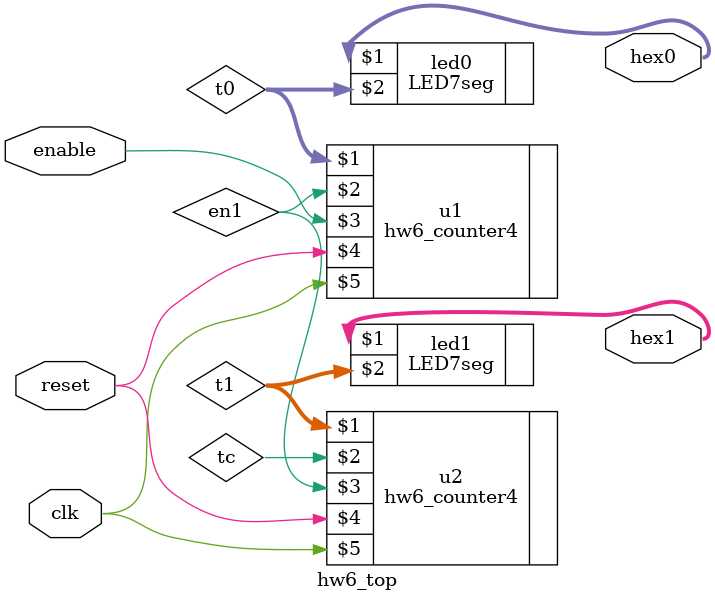
<source format=v>
module hw6_top(hex1, hex0, enable, reset, clk);
	output [0:6] hex1, hex0;
	input enable, reset, clk;
	wire [3:0] t1, t0;
	wire en1, tc;
	
	hw6_counter4 u1 (t0, en1, enable, reset, clk);
	hw6_counter4 u2 (t1, tc, en1, reset, clk);
	
	LED7seg led0 (hex0, t0);
	LED7seg led1 (hex1, t1);

endmodule
</source>
